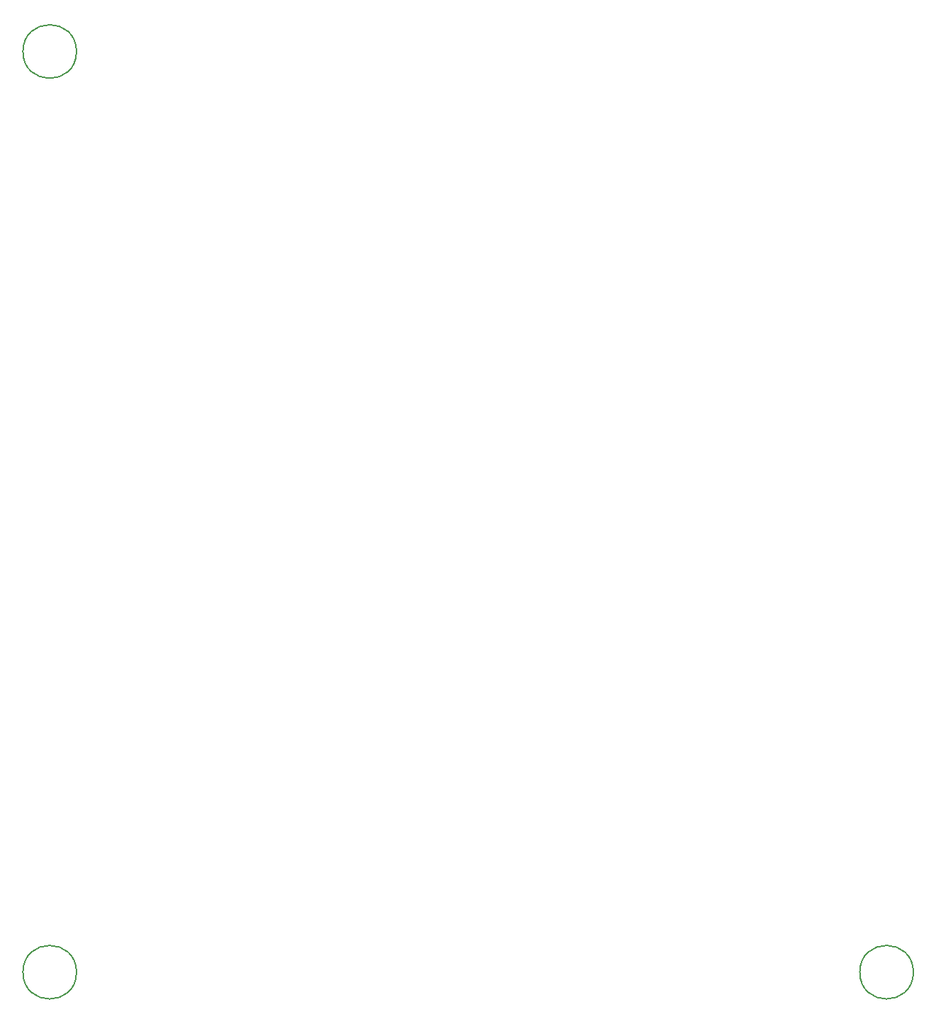
<source format=gbr>
%TF.GenerationSoftware,KiCad,Pcbnew,(6.0.11)*%
%TF.CreationDate,2023-09-12T01:08:27+09:00*%
%TF.ProjectId,Main,4d61696e-2e6b-4696-9361-645f70636258,rev?*%
%TF.SameCoordinates,Original*%
%TF.FileFunction,Other,Comment*%
%FSLAX46Y46*%
G04 Gerber Fmt 4.6, Leading zero omitted, Abs format (unit mm)*
G04 Created by KiCad (PCBNEW (6.0.11)) date 2023-09-12 01:08:27*
%MOMM*%
%LPD*%
G01*
G04 APERTURE LIST*
%ADD10C,0.150000*%
G04 APERTURE END LIST*
D10*
%TO.C,H4*%
X107140000Y-164740000D02*
G75*
G03*
X107140000Y-164740000I-3200000J0D01*
G01*
%TO.C,H3*%
X107140000Y-54740000D02*
G75*
G03*
X107140000Y-54740000I-3200000J0D01*
G01*
%TO.C,H5*%
X207140000Y-164740000D02*
G75*
G03*
X207140000Y-164740000I-3200000J0D01*
G01*
%TD*%
M02*

</source>
